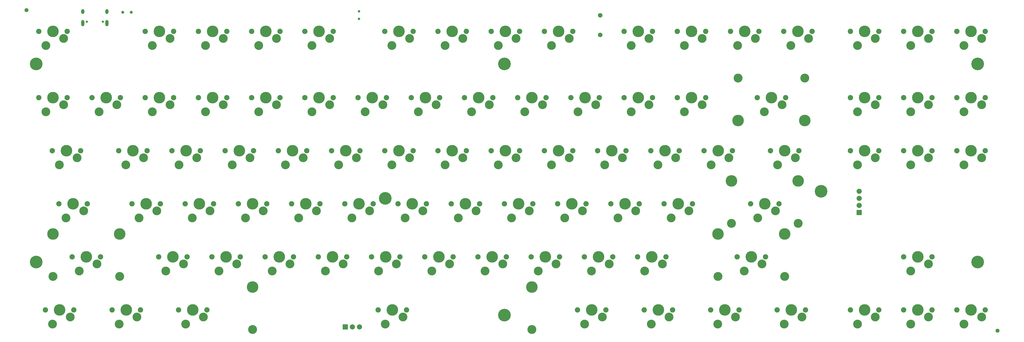
<source format=gts>
%TF.GenerationSoftware,KiCad,Pcbnew,(5.1.10)-1*%
%TF.CreationDate,2021-11-22T22:04:18-06:00*%
%TF.ProjectId,PyKey87,50794b65-7938-4372-9e6b-696361645f70,rev?*%
%TF.SameCoordinates,Original*%
%TF.FileFunction,Soldermask,Top*%
%TF.FilePolarity,Negative*%
%FSLAX46Y46*%
G04 Gerber Fmt 4.6, Leading zero omitted, Abs format (unit mm)*
G04 Created by KiCad (PCBNEW (5.1.10)-1) date 2021-11-22 22:04:18*
%MOMM*%
%LPD*%
G01*
G04 APERTURE LIST*
%ADD10C,3.152400*%
%ADD11C,1.902400*%
%ADD12C,4.152400*%
%ADD13C,0.902400*%
%ADD14C,4.552400*%
%ADD15C,1.448000*%
%ADD16O,1.852400X1.852400*%
%ADD17C,1.652400*%
%ADD18C,3.202400*%
%ADD19O,1.152400X2.252400*%
%ADD20C,0.802400*%
%ADD21O,1.152400X1.752400*%
%ADD22C,1.052400*%
G04 APERTURE END LIST*
D10*
X145097500Y-55087500D03*
X151447500Y-52547500D03*
D11*
X142557500Y-50007500D03*
X152717500Y-50007500D03*
D12*
X147637500Y-50007500D03*
D10*
X316547500Y-55087500D03*
X322897500Y-52547500D03*
D11*
X314007500Y-50007500D03*
X324167500Y-50007500D03*
D12*
X319087500Y-50007500D03*
D10*
X397510000Y-155100000D03*
X403860000Y-152560000D03*
D11*
X394970000Y-150020000D03*
X405130000Y-150020000D03*
D12*
X400050000Y-150020000D03*
D10*
X87947500Y-78900000D03*
X94297500Y-76360000D03*
D11*
X85407500Y-73820000D03*
X95567500Y-73820000D03*
D12*
X90487500Y-73820000D03*
D13*
X180975000Y-42830000D03*
X180975000Y-45580000D03*
D10*
X68897500Y-78900000D03*
X75247500Y-76360000D03*
D11*
X66357500Y-73820000D03*
X76517500Y-73820000D03*
D12*
X71437500Y-73820000D03*
D14*
X402495000Y-132875000D03*
D15*
X409575000Y-157505000D03*
X61895000Y-42405000D03*
D14*
X233045000Y-151925000D03*
X65405000Y-132875000D03*
X346375000Y-107475000D03*
X190365000Y-110015000D03*
X402495000Y-61755000D03*
X233045000Y-61755000D03*
X65405000Y-61755000D03*
D16*
X360045000Y-107475000D03*
X360045000Y-110015000D03*
X360045000Y-112555000D03*
G36*
G01*
X360971200Y-114245000D02*
X360971200Y-115945000D01*
G75*
G02*
X360895000Y-116021200I-76200J0D01*
G01*
X359195000Y-116021200D01*
G75*
G02*
X359118800Y-115945000I0J76200D01*
G01*
X359118800Y-114245000D01*
G75*
G02*
X359195000Y-114168800I76200J0D01*
G01*
X360895000Y-114168800D01*
G75*
G02*
X360971200Y-114245000I0J-76200D01*
G01*
G37*
D17*
X267335000Y-51280000D03*
X267335000Y-44280000D03*
D10*
X335597500Y-55087500D03*
X341947500Y-52547500D03*
D11*
X333057500Y-50007500D03*
X343217500Y-50007500D03*
D12*
X338137500Y-50007500D03*
D10*
X397510000Y-55087500D03*
X403860000Y-52547500D03*
D11*
X394970000Y-50007500D03*
X405130000Y-50007500D03*
D12*
X400050000Y-50007500D03*
D10*
X397510000Y-78900000D03*
X403860000Y-76360000D03*
D11*
X394970000Y-73820000D03*
X405130000Y-73820000D03*
D12*
X400050000Y-73820000D03*
D10*
X397510000Y-97950000D03*
X403860000Y-95410000D03*
D11*
X394970000Y-92870000D03*
X405130000Y-92870000D03*
D12*
X400050000Y-92870000D03*
D10*
X378460000Y-136050000D03*
X384810000Y-133510000D03*
D11*
X375920000Y-130970000D03*
X386080000Y-130970000D03*
D12*
X381000000Y-130970000D03*
D18*
X71374000Y-137970000D03*
D12*
X71374000Y-122730000D03*
X95250000Y-122730000D03*
D18*
X95250000Y-137970000D03*
D10*
X80772000Y-136050000D03*
X87122000Y-133510000D03*
D11*
X78232000Y-130970000D03*
X88392000Y-130970000D03*
D12*
X83312000Y-130970000D03*
D10*
X106998000Y-78900000D03*
X113348000Y-76360000D03*
D11*
X104458000Y-73820000D03*
X114618000Y-73820000D03*
D12*
X109538000Y-73820000D03*
D10*
X126048000Y-78900000D03*
X132398000Y-76360000D03*
D11*
X123508000Y-73820000D03*
X133668000Y-73820000D03*
D12*
X128588000Y-73820000D03*
D10*
X145098000Y-78900000D03*
X151448000Y-76360000D03*
D11*
X142558000Y-73820000D03*
X152718000Y-73820000D03*
D12*
X147638000Y-73820000D03*
D10*
X164148000Y-78900000D03*
X170498000Y-76360000D03*
D11*
X161608000Y-73820000D03*
X171768000Y-73820000D03*
D12*
X166688000Y-73820000D03*
D10*
X202248000Y-78900000D03*
X208598000Y-76360000D03*
D11*
X199708000Y-73820000D03*
X209868000Y-73820000D03*
D12*
X204788000Y-73820000D03*
D10*
X221298000Y-78900000D03*
X227648000Y-76360000D03*
D11*
X218758000Y-73820000D03*
X228918000Y-73820000D03*
D12*
X223838000Y-73820000D03*
D10*
X240348000Y-78900000D03*
X246698000Y-76360000D03*
D11*
X237808000Y-73820000D03*
X247968000Y-73820000D03*
D12*
X242888000Y-73820000D03*
D10*
X259398000Y-78900000D03*
X265748000Y-76360000D03*
D11*
X256858000Y-73820000D03*
X267018000Y-73820000D03*
D12*
X261938000Y-73820000D03*
D10*
X278448000Y-78900000D03*
X284798000Y-76360000D03*
D11*
X275908000Y-73820000D03*
X286068000Y-73820000D03*
D12*
X280988000Y-73820000D03*
D10*
X297498000Y-78900000D03*
X303848000Y-76360000D03*
D11*
X294958000Y-73820000D03*
X305118000Y-73820000D03*
D12*
X300038000Y-73820000D03*
D10*
X97472000Y-97950000D03*
X103822000Y-95410000D03*
D11*
X94932000Y-92870000D03*
X105092000Y-92870000D03*
D12*
X100012000Y-92870000D03*
D10*
X116522000Y-97950000D03*
X122872000Y-95410000D03*
D11*
X113982000Y-92870000D03*
X124142000Y-92870000D03*
D12*
X119062000Y-92870000D03*
D10*
X135572000Y-97950000D03*
X141922000Y-95410000D03*
D11*
X133032000Y-92870000D03*
X143192000Y-92870000D03*
D12*
X138112000Y-92870000D03*
D10*
X154622000Y-97950000D03*
X160972000Y-95410000D03*
D11*
X152082000Y-92870000D03*
X162242000Y-92870000D03*
D12*
X157162000Y-92870000D03*
D10*
X173672000Y-97950000D03*
X180022000Y-95410000D03*
D11*
X171132000Y-92870000D03*
X181292000Y-92870000D03*
D12*
X176212000Y-92870000D03*
D10*
X192722000Y-97950000D03*
X199072000Y-95410000D03*
D11*
X190182000Y-92870000D03*
X200342000Y-92870000D03*
D12*
X195262000Y-92870000D03*
D10*
X211772000Y-97950000D03*
X218122000Y-95410000D03*
D11*
X209232000Y-92870000D03*
X219392000Y-92870000D03*
D12*
X214312000Y-92870000D03*
D10*
X230822000Y-97950000D03*
X237172000Y-95410000D03*
D11*
X228282000Y-92870000D03*
X238442000Y-92870000D03*
D12*
X233362000Y-92870000D03*
D10*
X249872000Y-97950000D03*
X256222000Y-95410000D03*
D11*
X247332000Y-92870000D03*
X257492000Y-92870000D03*
D12*
X252412000Y-92870000D03*
D10*
X268922000Y-97950000D03*
X275272000Y-95410000D03*
D11*
X266382000Y-92870000D03*
X276542000Y-92870000D03*
D12*
X271462000Y-92870000D03*
D10*
X287972000Y-97950000D03*
X294322000Y-95410000D03*
D11*
X285432000Y-92870000D03*
X295592000Y-92870000D03*
D12*
X290512000Y-92870000D03*
D10*
X307022000Y-97950000D03*
X313372000Y-95410000D03*
D11*
X304482000Y-92870000D03*
X314642000Y-92870000D03*
D12*
X309562000Y-92870000D03*
D10*
X102235000Y-117000000D03*
X108585000Y-114460000D03*
D11*
X99695000Y-111920000D03*
X109855000Y-111920000D03*
D12*
X104775000Y-111920000D03*
D10*
X121285000Y-117000000D03*
X127635000Y-114460000D03*
D11*
X118745000Y-111920000D03*
X128905000Y-111920000D03*
D12*
X123825000Y-111920000D03*
D10*
X140335000Y-117000000D03*
X146685000Y-114460000D03*
D11*
X137795000Y-111920000D03*
X147955000Y-111920000D03*
D12*
X142875000Y-111920000D03*
D10*
X159385000Y-117000000D03*
X165735000Y-114460000D03*
D11*
X156845000Y-111920000D03*
X167005000Y-111920000D03*
D12*
X161925000Y-111920000D03*
D10*
X178435000Y-117000000D03*
X184785000Y-114460000D03*
D11*
X175895000Y-111920000D03*
X186055000Y-111920000D03*
D12*
X180975000Y-111920000D03*
D10*
X197485000Y-117000000D03*
X203835000Y-114460000D03*
D11*
X194945000Y-111920000D03*
X205105000Y-111920000D03*
D12*
X200025000Y-111920000D03*
D10*
X216535000Y-117000000D03*
X222885000Y-114460000D03*
D11*
X213995000Y-111920000D03*
X224155000Y-111920000D03*
D12*
X219075000Y-111920000D03*
D10*
X235585000Y-117000000D03*
X241935000Y-114460000D03*
D11*
X233045000Y-111920000D03*
X243205000Y-111920000D03*
D12*
X238125000Y-111920000D03*
D10*
X254635000Y-117000000D03*
X260985000Y-114460000D03*
D11*
X252095000Y-111920000D03*
X262255000Y-111920000D03*
D12*
X257175000Y-111920000D03*
D10*
X273685000Y-117000000D03*
X280035000Y-114460000D03*
D11*
X271145000Y-111920000D03*
X281305000Y-111920000D03*
D12*
X276225000Y-111920000D03*
D10*
X292735000Y-117000000D03*
X299085000Y-114460000D03*
D11*
X290195000Y-111920000D03*
X300355000Y-111920000D03*
D12*
X295275000Y-111920000D03*
D10*
X111760000Y-136050000D03*
X118110000Y-133510000D03*
D11*
X109220000Y-130970000D03*
X119380000Y-130970000D03*
D12*
X114300000Y-130970000D03*
D10*
X130810000Y-136050000D03*
X137160000Y-133510000D03*
D11*
X128270000Y-130970000D03*
X138430000Y-130970000D03*
D12*
X133350000Y-130970000D03*
D10*
X149860000Y-136050000D03*
X156210000Y-133510000D03*
D11*
X147320000Y-130970000D03*
X157480000Y-130970000D03*
D12*
X152400000Y-130970000D03*
D10*
X168910000Y-136050000D03*
X175260000Y-133510000D03*
D11*
X166370000Y-130970000D03*
X176530000Y-130970000D03*
D12*
X171450000Y-130970000D03*
D10*
X187960000Y-136050000D03*
X194310000Y-133510000D03*
D11*
X185420000Y-130970000D03*
X195580000Y-130970000D03*
D12*
X190500000Y-130970000D03*
D10*
X207010000Y-136050000D03*
X213360000Y-133510000D03*
D11*
X204470000Y-130970000D03*
X214630000Y-130970000D03*
D12*
X209550000Y-130970000D03*
D10*
X226060000Y-136050000D03*
X232410000Y-133510000D03*
D11*
X223520000Y-130970000D03*
X233680000Y-130970000D03*
D12*
X228600000Y-130970000D03*
D10*
X245110000Y-136050000D03*
X251460000Y-133510000D03*
D11*
X242570000Y-130970000D03*
X252730000Y-130970000D03*
D12*
X247650000Y-130970000D03*
D10*
X264160000Y-136050000D03*
X270510000Y-133510000D03*
D11*
X261620000Y-130970000D03*
X271780000Y-130970000D03*
D12*
X266700000Y-130970000D03*
D10*
X283210000Y-136050000D03*
X289560000Y-133510000D03*
D11*
X280670000Y-130970000D03*
X290830000Y-130970000D03*
D12*
X285750000Y-130970000D03*
D10*
X68897500Y-55087500D03*
X75247500Y-52547500D03*
D11*
X66357500Y-50007500D03*
X76517500Y-50007500D03*
D12*
X71437500Y-50007500D03*
X109537500Y-50007500D03*
D11*
X114617500Y-50007500D03*
X104457500Y-50007500D03*
D10*
X113347500Y-52547500D03*
X106997500Y-55087500D03*
X126047500Y-55087500D03*
X132397500Y-52547500D03*
D11*
X123507500Y-50007500D03*
X133667500Y-50007500D03*
D12*
X128587500Y-50007500D03*
D10*
X164147500Y-55087500D03*
X170497500Y-52547500D03*
D11*
X161607500Y-50007500D03*
X171767500Y-50007500D03*
D12*
X166687500Y-50007500D03*
D10*
X192722500Y-55087500D03*
X199072500Y-52547500D03*
D11*
X190182500Y-50007500D03*
X200342500Y-50007500D03*
D12*
X195262500Y-50007500D03*
D10*
X211772500Y-55087500D03*
X218122500Y-52547500D03*
D11*
X209232500Y-50007500D03*
X219392500Y-50007500D03*
D12*
X214312500Y-50007500D03*
D10*
X230822500Y-55087500D03*
X237172500Y-52547500D03*
D11*
X228282500Y-50007500D03*
X238442500Y-50007500D03*
D12*
X233362500Y-50007500D03*
D10*
X249872500Y-55087500D03*
X256222500Y-52547500D03*
D11*
X247332500Y-50007500D03*
X257492500Y-50007500D03*
D12*
X252412500Y-50007500D03*
D10*
X278447500Y-55087500D03*
X284797500Y-52547500D03*
D11*
X275907500Y-50007500D03*
X286067500Y-50007500D03*
D12*
X280987500Y-50007500D03*
D10*
X297497500Y-55087500D03*
X303847500Y-52547500D03*
D11*
X294957500Y-50007500D03*
X305117500Y-50007500D03*
D12*
X300037500Y-50007500D03*
D10*
X359410000Y-55087500D03*
X365760000Y-52547500D03*
D11*
X356870000Y-50007500D03*
X367030000Y-50007500D03*
D12*
X361950000Y-50007500D03*
D10*
X359410000Y-78900000D03*
X365760000Y-76360000D03*
D11*
X356870000Y-73820000D03*
X367030000Y-73820000D03*
D12*
X361950000Y-73820000D03*
D10*
X359410000Y-97950000D03*
X365760000Y-95410000D03*
D11*
X356870000Y-92870000D03*
X367030000Y-92870000D03*
D12*
X361950000Y-92870000D03*
D10*
X359410000Y-155100000D03*
X365760000Y-152560000D03*
D11*
X356870000Y-150020000D03*
X367030000Y-150020000D03*
D12*
X361950000Y-150020000D03*
D10*
X378460000Y-55087500D03*
X384810000Y-52547500D03*
D11*
X375920000Y-50007500D03*
X386080000Y-50007500D03*
D12*
X381000000Y-50007500D03*
D10*
X378460000Y-78900000D03*
X384810000Y-76360000D03*
D11*
X375920000Y-73820000D03*
X386080000Y-73820000D03*
D12*
X381000000Y-73820000D03*
D10*
X378460000Y-97950000D03*
X384810000Y-95410000D03*
D11*
X375920000Y-92870000D03*
X386080000Y-92870000D03*
D12*
X381000000Y-92870000D03*
D10*
X183198000Y-78900000D03*
X189548000Y-76360000D03*
D11*
X180658000Y-73820000D03*
X190818000Y-73820000D03*
D12*
X185738000Y-73820000D03*
D10*
X378460000Y-155100000D03*
X384810000Y-152560000D03*
D11*
X375920000Y-150020000D03*
X386080000Y-150020000D03*
D12*
X381000000Y-150020000D03*
D18*
X142881000Y-157020000D03*
D12*
X142881000Y-141780000D03*
X242881000Y-141780000D03*
D18*
X242881000Y-157020000D03*
D10*
X190341000Y-155100000D03*
X196691000Y-152560000D03*
D11*
X187801000Y-150020000D03*
X197961000Y-150020000D03*
D12*
X192881000Y-150020000D03*
D18*
X309531000Y-137970000D03*
D12*
X309531000Y-122730000D03*
X333407000Y-122730000D03*
D18*
X333407000Y-137970000D03*
D10*
X318929000Y-136050000D03*
X325279000Y-133510000D03*
D11*
X316389000Y-130970000D03*
X326549000Y-130970000D03*
D12*
X321469000Y-130970000D03*
D18*
X314293000Y-118920000D03*
D12*
X314293000Y-103680000D03*
X338169000Y-103680000D03*
D18*
X338169000Y-118920000D03*
D10*
X323691000Y-117000000D03*
X330041000Y-114460000D03*
D11*
X321151000Y-111920000D03*
X331311000Y-111920000D03*
D12*
X326231000Y-111920000D03*
D18*
X316675000Y-66820000D03*
D12*
X316675000Y-82060000D03*
X340551000Y-82060000D03*
D18*
X340551000Y-66820000D03*
D10*
X326073000Y-78900000D03*
X332423000Y-76360000D03*
D11*
X323533000Y-73820000D03*
X333693000Y-73820000D03*
D12*
X328613000Y-73820000D03*
D10*
X76042500Y-117000000D03*
X82392500Y-114460000D03*
D11*
X73502500Y-111920000D03*
X83662500Y-111920000D03*
D12*
X78582500Y-111920000D03*
D10*
X330835000Y-97950000D03*
X337185000Y-95410000D03*
D11*
X328295000Y-92870000D03*
X338455000Y-92870000D03*
D12*
X333375000Y-92870000D03*
D10*
X73660000Y-97950000D03*
X80010000Y-95410000D03*
D11*
X71120000Y-92870000D03*
X81280000Y-92870000D03*
D12*
X76200000Y-92870000D03*
D16*
X181102000Y-156116000D03*
X178562000Y-156116000D03*
G36*
G01*
X175172000Y-155189800D02*
X176872000Y-155189800D01*
G75*
G02*
X176948200Y-155266000I0J-76200D01*
G01*
X176948200Y-156966000D01*
G75*
G02*
X176872000Y-157042200I-76200J0D01*
G01*
X175172000Y-157042200D01*
G75*
G02*
X175095800Y-156966000I0J76200D01*
G01*
X175095800Y-155266000D01*
G75*
G02*
X175172000Y-155189800I76200J0D01*
G01*
G37*
D10*
X333204000Y-155100000D03*
X339554000Y-152560000D03*
D11*
X330664000Y-150020000D03*
X340824000Y-150020000D03*
D12*
X335744000Y-150020000D03*
D10*
X309391000Y-155100000D03*
X315741000Y-152560000D03*
D11*
X306851000Y-150020000D03*
X317011000Y-150020000D03*
D12*
X311931000Y-150020000D03*
D10*
X285591000Y-155100000D03*
X291941000Y-152560000D03*
D11*
X283051000Y-150020000D03*
X293211000Y-150020000D03*
D12*
X288131000Y-150020000D03*
D10*
X261779000Y-155100000D03*
X268129000Y-152560000D03*
D11*
X259239000Y-150020000D03*
X269399000Y-150020000D03*
D12*
X264319000Y-150020000D03*
D10*
X118904000Y-155100000D03*
X125254000Y-152560000D03*
D11*
X116364000Y-150020000D03*
X126524000Y-150020000D03*
D12*
X121444000Y-150020000D03*
D10*
X95091200Y-155100000D03*
X101441200Y-152560000D03*
D11*
X92551200Y-150020000D03*
X102711200Y-150020000D03*
D12*
X97631200Y-150020000D03*
D10*
X71278800Y-155100000D03*
X77628800Y-152560000D03*
D11*
X68738800Y-150020000D03*
X78898800Y-150020000D03*
D12*
X73818800Y-150020000D03*
D19*
X90712000Y-47081000D03*
X82072000Y-47081000D03*
D20*
X83502000Y-46551000D03*
D21*
X82072000Y-42901000D03*
D20*
X89282000Y-46551000D03*
D21*
X90712000Y-42901000D03*
D22*
X96425000Y-43145000D03*
X99425000Y-43145000D03*
M02*

</source>
